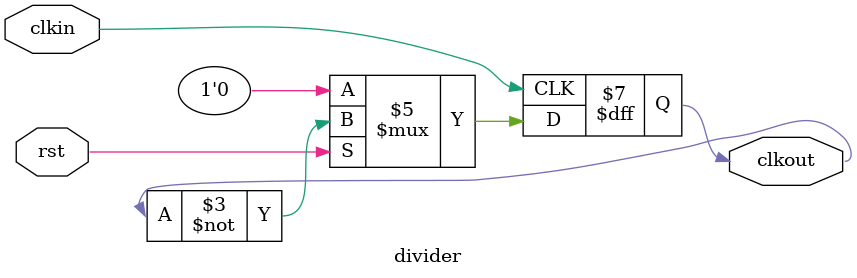
<source format=v>
`timescale 1ns / 1ps

module divider(clkin, rst, clkout);
    input clkin, rst;
    output reg clkout;
    
    always @(posedge clkin) begin
        if (!rst) clkout <= 0;
        else clkout <= ~clkout;
    end
endmodule

</source>
